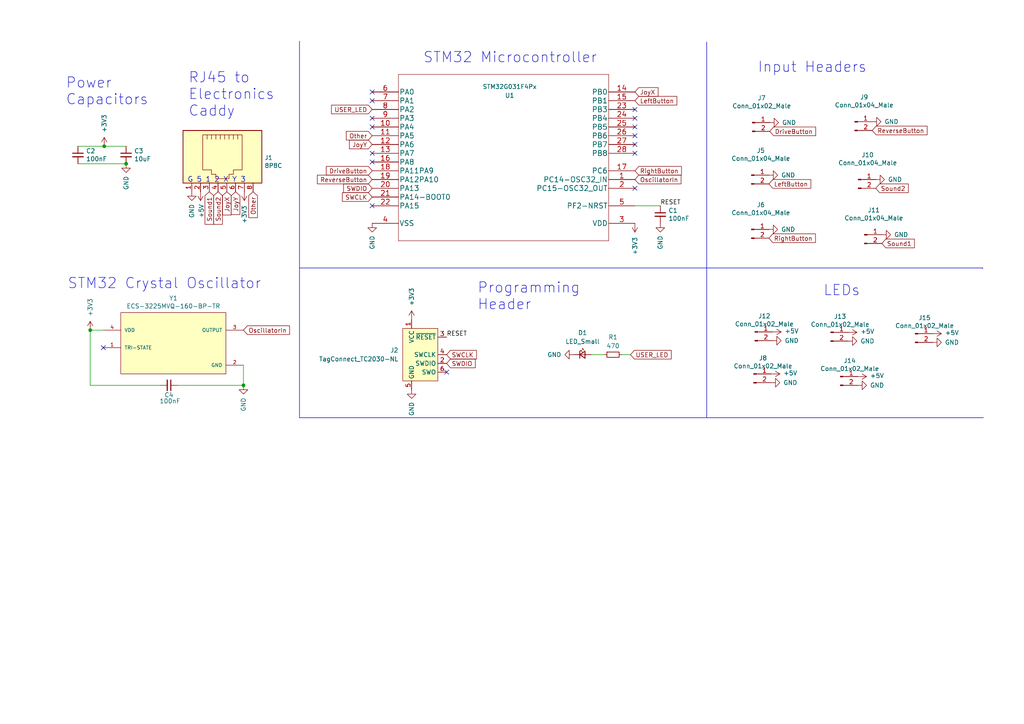
<source format=kicad_sch>
(kicad_sch (version 20230121) (generator eeschema)
  (paper "A4")
  (lib_symbols
    (symbol "Connector:8P8C" (pin_names (offset 1.016))
      (property "Reference" "J" (at -5.08 13.97 0))
      (property "Value" "8P8C" (at 2.54 13.97 0))
      (symbol "8P8C_0_1"
        (polyline (pts (xy -5.08 4.445) (xy -6.35 4.445)))
        (polyline (pts (xy -5.08 5.715) (xy -6.35 5.715)))
        (polyline (pts (xy -6.35 -3.175) (xy -5.08 -3.175) (xy -5.08 -3.175)))
        (polyline (pts (xy -6.35 -1.905) (xy -5.08 -1.905) (xy -5.08 -1.905)))
        (polyline (pts (xy -6.35 -0.635) (xy -5.08 -0.635) (xy -5.08 -0.635)))
        (polyline (pts (xy -6.35 0.635) (xy -5.08 0.635) (xy -5.08 0.635)))
        (polyline (pts (xy -6.35 1.905) (xy -5.08 1.905) (xy -5.08 1.905)))
        (polyline (pts (xy -5.08 3.175) (xy -6.35 3.175) (xy -6.35 3.175)))
        (polyline (pts (xy -6.35 -4.445) (xy -6.35 6.985) (xy 3.81 6.985) (xy 3.81 4.445) (xy 5.08 4.445) (xy 5.08 3.175) (xy 6.35 3.175) (xy 6.35 -0.635) (xy 5.08 -0.635) (xy 5.08 -1.905) (xy 3.81 -1.905) (xy 3.81 -4.445) (xy -6.35 -4.445) (xy -6.35 -4.445)))
        (rectangle (start 7.62 12.7) (end -7.62 -10.16) (stroke (width 0.254)) (fill (type background)))
      )
      (symbol "8P8C_1_1"
        (pin passive line (at 10.16 -7.62 180) (length 2.54) (name "~") (number "1"))
        (pin passive line (at 10.16 -5.08 180) (length 2.54) (name "~") (number "2"))
        (pin passive line (at 10.16 -2.54 180) (length 2.54) (name "~") (number "3"))
        (pin passive line (at 10.16 0 180) (length 2.54) (name "~") (number "4"))
        (pin passive line (at 10.16 2.54 180) (length 2.54) (name "~") (number "5"))
        (pin passive line (at 10.16 5.08 180) (length 2.54) (name "~") (number "6"))
        (pin passive line (at 10.16 7.62 180) (length 2.54) (name "~") (number "7"))
        (pin passive line (at 10.16 10.16 180) (length 2.54) (name "~") (number "8"))
      )
    )
    (symbol "Connector:Conn_01x02_Male" (pin_names (offset 1.016) hide)
      (property "Reference" "J" (at 0 2.54 0))
      (property "Value" "Conn_01x02_Male" (at 0 -5.08 0))
      (symbol "Conn_01x02_Male_1_1"
        (polyline (pts (xy 1.27 -2.54) (xy 0.8636 -2.54)) (stroke (width 0.1524)))
        (polyline (pts (xy 1.27 0) (xy 0.8636 0)) (stroke (width 0.1524)))
        (rectangle (start 0.8636 -2.413) (end 0 -2.667) (stroke (width 0.1524)) (fill (type outline)))
        (rectangle (start 0.8636 0.127) (end 0 -0.127) (stroke (width 0.1524)) (fill (type outline)))
        (pin passive line (at 5.08 0 180) (length 3.81) (name "Pin_1") (number "1"))
        (pin passive line (at 5.08 -2.54 180) (length 3.81) (name "Pin_2") (number "2"))
      )
    )
    (symbol "Connector:Conn_ARM_SWD_TagConnect_TC2030-NL" (in_bom no)
      (property "Reference" "J" (at 2.54 11.43 0))
      (property "Value" "Conn_ARM_SWD_TagConnect_TC2030-NL" (at 2.54 8.89 0))
      (symbol "Conn_ARM_SWD_TagConnect_TC2030-NL_0_0"
        (pin power_in line (at -2.54 10.16 270) (length 2.54) (name "VCC") (number "1"))
        (pin bidirectional line (at 7.62 -2.54 180) (length 2.54) (name "SWDIO") (number "2"))
        (pin open_collector line (at 7.62 5.08 180) (length 2.54) (name "~{RESET}") (number "3"))
        (pin output line (at 7.62 0 180) (length 2.54) (name "SWCLK") (number "4"))
        (pin power_in line (at -2.54 -10.16 90) (length 2.54) (name "GND") (number "5"))
        (pin input line (at 7.62 -5.08 180) (length 2.54) (name "SWO") (number "6"))
      )
      (symbol "Conn_ARM_SWD_TagConnect_TC2030-NL_0_1"
        (rectangle (start -5.08 7.62) (end 5.08 -7.62) (fill (type background)))
      )
    )
    (symbol "CrystalOscillator:ECS-3225MVQ-160-BP-TR" (pin_names (offset 1.016))
      (property "Reference" "Y" (at -15.5448 8.1534 0))
      (property "Value" "ECS-3225MVQ-160-BP-TR" (at -15.0114 -12.9794 0))
      (symbol "ECS-3225MVQ-160-BP-TR_0_0"
        (rectangle (start -15.24 -10.16) (end 15.24 7.62) (stroke (width 0.1524)) (fill (type background)))
        (pin input line (at -20.32 -2.54 0) (length 5.08) (name "TRI-STATE") (number "1"))
        (pin power_in line (at 20.32 -7.62 180) (length 5.08) (name "GND") (number "2"))
        (pin output line (at 20.32 2.54 180) (length 5.08) (name "OUTPUT") (number "3"))
        (pin input line (at -20.32 2.54 0) (length 5.08) (name "VDD") (number "4"))
      )
    )
    (symbol "Device:C_Small" (pin_numbers hide) (pin_names (offset 0.254) hide)
      (property "Reference" "C" (at 0.254 1.778 0))
      (property "Value" "C_Small" (at 0.254 -2.032 0))
      (symbol "C_Small_0_1"
        (polyline (pts (xy -1.524 -0.508) (xy 1.524 -0.508)) (stroke (width 0.3302)))
        (polyline (pts (xy -1.524 0.508) (xy 1.524 0.508)) (stroke (width 0.3048)))
      )
      (symbol "C_Small_1_1"
        (pin passive line (at 0 2.54 270) (length 2.032) (name "~") (number "1"))
        (pin passive line (at 0 -2.54 90) (length 2.032) (name "~") (number "2"))
      )
    )
    (symbol "Device:LED_Small" (pin_numbers hide) (pin_names (offset 0.254) hide)
      (property "Reference" "D" (at -1.27 3.175 0))
      (property "Value" "LED_Small" (at -4.445 -2.54 0))
      (symbol "LED_Small_0_1"
        (polyline (pts (xy -0.762 -1.016) (xy -0.762 1.016)) (stroke (width 0.254)))
        (polyline (pts (xy 1.016 0) (xy -0.762 0)))
        (polyline (pts (xy 0.762 -1.016) (xy -0.762 0) (xy 0.762 1.016) (xy 0.762 -1.016)) (stroke (width 0.254)))
        (polyline (pts (xy 0 0.762) (xy -0.508 1.27) (xy -0.254 1.27) (xy -0.508 1.27) (xy -0.508 1.016)))
        (polyline (pts (xy 0.508 1.27) (xy 0 1.778) (xy 0.254 1.778) (xy 0 1.778) (xy 0 1.524)))
      )
      (symbol "LED_Small_1_1"
        (pin passive line (at -2.54 0 0) (length 1.778) (name "K") (number "1"))
        (pin passive line (at 2.54 0 180) (length 1.778) (name "A") (number "2"))
      )
    )
    (symbol "Device:R_Small" (pin_numbers hide) (pin_names (offset 0.254) hide)
      (property "Reference" "R" (at 0.762 0.508 0))
      (property "Value" "R_Small" (at 0.762 -1.016 0))
      (symbol "R_Small_0_1"
        (rectangle (start -0.762 1.778) (end 0.762 -1.778) (stroke (width 0.2032)))
      )
      (symbol "R_Small_1_1"
        (pin passive line (at 0 2.54 270) (length 0.762) (name "~") (number "1"))
        (pin passive line (at 0 -2.54 90) (length 0.762) (name "~") (number "2"))
      )
    )
    (symbol "STM32QFN:STM32G031G8U6" (pin_names (offset 0.254))
      (property "Reference" "U" (at 38.1 10.16 0))
      (property "Value" "STM32G031G8U6" (at 38.1 7.62 0))
      (symbol "STM32G031G8U6_1_1"
        (polyline (pts (xy 7.62 -43.18) (xy 68.58 -43.18)) (stroke (width 0.127)))
        (polyline (pts (xy 7.62 5.08) (xy 7.62 -43.18)) (stroke (width 0.127)))
        (polyline (pts (xy 68.58 -43.18) (xy 68.58 5.08)) (stroke (width 0.127)))
        (polyline (pts (xy 68.58 5.08) (xy 7.62 5.08)) (stroke (width 0.127)))
        (pin bidirectional line (at 76.2 -25.4 180) (length 7.62) (name "PC14-OSC32_IN") (number "1"))
        (pin bidirectional line (at 0 -10.16 0) (length 7.62) (name "PA4") (number "10"))
        (pin bidirectional line (at 0 -12.7 0) (length 7.62) (name "PA5") (number "11"))
        (pin bidirectional line (at 0 -15.24 0) (length 7.62) (name "PA6") (number "12"))
        (pin bidirectional line (at 0 -17.78 0) (length 7.62) (name "PA7") (number "13"))
        (pin bidirectional line (at 76.2 0 180) (length 7.62) (name "PB0") (number "14"))
        (pin bidirectional line (at 76.2 -2.54 180) (length 7.62) (name "PB1") (number "15"))
        (pin bidirectional line (at 0 -20.32 0) (length 7.62) (name "PA8") (number "16"))
        (pin bidirectional line (at 76.2 -22.86 180) (length 7.62) (name "PC6") (number "17"))
        (pin bidirectional line (at 0 -22.86 0) (length 7.62) (name "PA11PA9") (number "18"))
        (pin bidirectional line (at 0 -25.4 0) (length 7.62) (name "PA12PA10") (number "19"))
        (pin bidirectional line (at 76.2 -27.94 180) (length 7.62) (name "PC15-OSC32_OUT") (number "2"))
        (pin bidirectional line (at 0 -27.94 0) (length 7.62) (name "PA13") (number "20"))
        (pin bidirectional line (at 0 -30.48 0) (length 7.62) (name "PA14-BOOT0") (number "21"))
        (pin bidirectional line (at 0 -33.02 0) (length 7.62) (name "PA15") (number "22"))
        (pin bidirectional line (at 76.2 -5.08 180) (length 7.62) (name "PB3") (number "23"))
        (pin bidirectional line (at 76.2 -7.62 180) (length 7.62) (name "PB4") (number "24"))
        (pin bidirectional line (at 76.2 -10.16 180) (length 7.62) (name "PB5") (number "25"))
        (pin bidirectional line (at 76.2 -12.7 180) (length 7.62) (name "PB6") (number "26"))
        (pin bidirectional line (at 76.2 -15.24 180) (length 7.62) (name "PB7") (number "27"))
        (pin bidirectional line (at 76.2 -17.78 180) (length 7.62) (name "PB8") (number "28"))
        (pin power_in line (at 76.2 -38.1 180) (length 7.62) (name "VDD") (number "3"))
        (pin power_in line (at 0 -38.1 0) (length 7.62) (name "VSS") (number "4"))
        (pin bidirectional line (at 76.2 -33.02 180) (length 7.62) (name "PF2-NRST") (number "5"))
        (pin bidirectional line (at 0 0 0) (length 7.62) (name "PA0") (number "6"))
        (pin bidirectional line (at 0 -2.54 0) (length 7.62) (name "PA1") (number "7"))
        (pin bidirectional line (at 0 -5.08 0) (length 7.62) (name "PA2") (number "8"))
        (pin bidirectional line (at 0 -7.62 0) (length 7.62) (name "PA3") (number "9"))
      )
    )
    (symbol "power:+3.3V" (power) (pin_names (offset 0))
      (property "Value" "+3.3V" (at 0 3.556 0))
      (symbol "+3.3V_0_1"
        (polyline (pts (xy -0.762 1.27) (xy 0 2.54)))
        (polyline (pts (xy 0 0) (xy 0 2.54)))
        (polyline (pts (xy 0 2.54) (xy 0.762 1.27)))
      )
      (symbol "+3.3V_1_1"
        (pin power_in line (at 0 0 90) (length 0) hide (name "+3V3") (number "1"))
      )
    )
    (symbol "power:+5V" (power) (pin_names (offset 0))
      (property "Value" "+5V" (at 0 3.556 0))
      (symbol "+5V_0_1"
        (polyline (pts (xy -0.762 1.27) (xy 0 2.54)))
        (polyline (pts (xy 0 0) (xy 0 2.54)))
        (polyline (pts (xy 0 2.54) (xy 0.762 1.27)))
      )
      (symbol "+5V_1_1"
        (pin power_in line (at 0 0 90) (length 0) hide (name "+5V") (number "1"))
      )
    )
    (symbol "power:GND" (power) (pin_names (offset 0))
      (property "Value" "GND" (at 0 -3.81 0))
      (symbol "GND_0_1"
        (polyline (pts (xy 0 0) (xy 0 -1.27) (xy 1.27 -1.27) (xy 0 -2.54) (xy -1.27 -1.27) (xy 0 -1.27)))
      )
      (symbol "GND_1_1"
        (pin power_in line (at 0 0 270) (length 0) hide (name "GND") (number "1"))
      )
    )
  )
  (junction (at 70.612 111.76))
  (junction (at 26.162 95.758))
  (junction (at 30.226 42.418))
  (junction (at 36.576 47.498))
  (no_connect (at 129.54 107.95))
  (no_connect (at 184.15 41.91))
  (no_connect (at 184.15 44.45))
  (no_connect (at 29.972 100.838))
  (no_connect (at 184.15 54.61))
  (no_connect (at 107.95 46.99))
  (no_connect (at 184.15 34.29))
  (no_connect (at 184.15 36.83))
  (no_connect (at 184.15 39.37))
  (no_connect (at 107.95 44.45))
  (no_connect (at 107.95 36.83))
  (no_connect (at 107.95 26.67))
  (no_connect (at 184.15 31.75))
  (no_connect (at 107.95 29.21))
  (no_connect (at 107.95 59.69))
  (no_connect (at 107.95 34.29))
  (wire (pts (xy 70.612 105.918) (xy 70.612 111.76)))
  (wire (pts (xy 26.162 111.76) (xy 46.482 111.76)))
  (wire (pts (xy 171.45 102.87) (xy 175.26 102.87)))
  (polyline (pts (xy 86.868 11.938) (xy 86.868 121.158)))
  (wire (pts (xy 180.34 102.87) (xy 182.88 102.87)))
  (polyline (pts (xy 204.978 12.192) (xy 204.978 121.158)))
  (wire (pts (xy 29.972 95.758) (xy 26.162 95.758)))
  (wire (pts (xy 26.162 95.758) (xy 26.162 111.76)))
  (wire (pts (xy 51.562 111.76) (xy 70.612 111.76)))
  (wire (pts (xy 22.606 42.418) (xy 30.226 42.418)))
  (wire (pts (xy 184.15 59.69) (xy 191.516 59.69)))
  (wire (pts (xy 30.226 42.418) (xy 36.576 42.418)))
  (polyline (pts (xy 86.868 121.158) (xy 285.242 121.158)))
  (polyline (pts (xy 86.868 77.724) (xy 284.988 77.724)))
  (polyline (pts (xy 284.988 77.724) (xy 284.988 77.978)))
  (wire (pts (xy 22.606 47.498) (xy 36.576 47.498)))
  (text "STM32 Microcontroller" (at 122.682 18.542 0) (effects (font (size 2.9972 2.9972)) (justify left bottom)))
  (text "RJ45 to \nElectronics\nCaddy" (at 54.61 34.036 0) (effects (font (size 2.9972 2.9972)) (justify left bottom)))
  (text "LEDs" (at 238.76 86.106 0) (effects (font (size 2.9972 2.9972)) (justify left bottom)))
  (text "Programming\nHeader" (at 138.43 90.17 0) (effects (font (size 2.9972 2.9972)) (justify left bottom)))
  (text "Power\nCapacitors" (at 19.05 30.734 0) (effects (font (size 2.9972 2.9972)) (justify left bottom)))
  (text "Input Headers" (at 219.71 21.336 0) (effects (font (size 2.9972 2.9972)) (justify left bottom)))
  (text "STM32 Crystal Oscillator" (at 19.558 84.074 0) (effects (font (size 2.9972 2.9972)) (justify left bottom)))
  (text "G 5 1 2 X Y 3" (at 54.356 53.086 0) (effects (font (size 1.4986 1.4986)) (justify left bottom)))
  (label "RESET" (at 191.516 59.69 0))
  (label "RESET" (at 129.54 97.79 0))
  (global_label "Sound2" (shape input) (at 254 54.61 0) (property "Intersheetrefs" "${INTERSHEET_REFS}" (effects hide)))
  (global_label "Other" (shape input) (at 73.406 55.626 270) (property "Intersheetrefs" "${INTERSHEET_REFS}" (effects hide)))
  (global_label "ReverseButton" (shape input) (at 107.95 52.07 180) (property "Intersheetrefs" "${INTERSHEET_REFS}" (effects hide)))
  (global_label "OscillatorIn" (shape input) (at 70.612 95.758 0) (property "Intersheetrefs" "${INTERSHEET_REFS}" (effects hide)))
  (global_label "RightButton" (shape input) (at 223.012 69.088 0) (property "Intersheetrefs" "${INTERSHEET_REFS}" (effects hide)))
  (global_label "USER_LED" (shape input) (at 182.88 102.87 0) (property "Intersheetrefs" "${INTERSHEET_REFS}" (effects hide)))
  (global_label "Sound2" (shape input) (at 63.246 55.626 270) (property "Intersheetrefs" "${INTERSHEET_REFS}" (effects hide)))
  (global_label "SWDIO" (shape input) (at 129.54 105.41 0) (property "Intersheetrefs" "${INTERSHEET_REFS}" (effects hide)))
  (global_label "LeftButton" (shape input) (at 184.15 29.21 0) (property "Intersheetrefs" "${INTERSHEET_REFS}" (effects hide)))
  (global_label "Sound1" (shape input) (at 255.778 70.612 0) (property "Intersheetrefs" "${INTERSHEET_REFS}" (effects hide)))
  (global_label "SWDIO" (shape input) (at 107.95 54.61 180) (property "Intersheetrefs" "${INTERSHEET_REFS}" (effects hide)))
  (global_label "LeftButton" (shape input) (at 223.012 53.34 0) (property "Intersheetrefs" "${INTERSHEET_REFS}" (effects hide)))
  (global_label "DriveButton" (shape input) (at 223.266 38.1 0) (property "Intersheetrefs" "${INTERSHEET_REFS}" (effects hide)))
  (global_label "JoyY" (shape input) (at 68.326 55.626 270) (property "Intersheetrefs" "${INTERSHEET_REFS}" (effects hide)))
  (global_label "Sound1" (shape input) (at 60.706 55.626 270) (property "Intersheetrefs" "${INTERSHEET_REFS}" (effects hide)))
  (global_label "DriveButton" (shape input) (at 107.95 49.53 180) (property "Intersheetrefs" "${INTERSHEET_REFS}" (effects hide)))
  (global_label "ReverseButton" (shape input) (at 252.984 37.846 0) (property "Intersheetrefs" "${INTERSHEET_REFS}" (effects hide)))
  (global_label "Other" (shape input) (at 107.95 39.37 180) (property "Intersheetrefs" "${INTERSHEET_REFS}" (effects hide)))
  (global_label "SWCLK" (shape input) (at 129.54 102.87 0) (property "Intersheetrefs" "${INTERSHEET_REFS}" (effects hide)))
  (global_label "JoyX" (shape input) (at 65.786 55.626 270) (property "Intersheetrefs" "${INTERSHEET_REFS}" (effects hide)))
  (global_label "OscillatorIn" (shape input) (at 184.15 52.07 0) (property "Intersheetrefs" "${INTERSHEET_REFS}" (effects hide)))
  (global_label "SWCLK" (shape input) (at 107.95 57.15 180) (property "Intersheetrefs" "${INTERSHEET_REFS}" (effects hide)))
  (global_label "JoyX" (shape input) (at 184.15 26.67 0) (property "Intersheetrefs" "${INTERSHEET_REFS}" (effects hide)))
  (global_label "RightButton" (shape input) (at 184.15 49.53 0) (property "Intersheetrefs" "${INTERSHEET_REFS}" (effects hide)))
  (global_label "JoyY" (shape input) (at 107.95 41.91 180) (property "Intersheetrefs" "${INTERSHEET_REFS}" (effects hide)))
  (global_label "USER_LED" (shape input) (at 107.95 31.75 180) (property "Intersheetrefs" "${INTERSHEET_REFS}" (effects hide)))
  (symbol (lib_id "Connector:8P8C") (at 63.246 45.466 270) (unit 1)
    (property "Reference" "J1" (at 76.708 45.7454 90) (effects (justify left)))
    (property "Value" "8P8C" (at 76.708 48.0568 90) (effects (justify left)))
    (property "Footprint" "Useful Modifications:RJ45_x08_Tab_Up" (effects hide))
  )
  (symbol (lib_id "power:GND") (at 55.626 55.626 0) (unit 1)
    (property "Reference" "#PWR05" (effects hide))
    (property "Value" "GND" (at 55.626 61.214 90))
  )
  (symbol (lib_id "power:+3.3V") (at 70.866 55.626 180) (unit 1)
    (property "Reference" "#PWR010" (effects hide))
    (property "Value" "+3.3V" (at 70.866 62.23 90))
  )
  (symbol (lib_id "power:+5V") (at 58.166 55.626 180) (unit 1)
    (property "Reference" "#PWR06" (effects hide))
    (property "Value" "+5V" (at 58.42 61.214 90))
  )
  (symbol (lib_id "power:GND") (at 107.95 64.77 0) (unit 1)
    (property "Reference" "#PWR016" (effects hide))
    (property "Value" "GND" (at 107.95 70.358 90))
  )
  (symbol (lib_id "power:+3.3V") (at 184.15 64.77 180) (unit 1)
    (property "Reference" "#PWR029" (effects hide))
    (property "Value" "+3.3V" (at 184.15 71.374 90))
  )
  (symbol (lib_id "Connector:Conn_01x02_Male") (at 218.186 35.56 0) (unit 1)
    (property "Reference" "J7" (at 220.9292 28.4226 0))
    (property "Value" "Conn_01x02_Male" (at 220.9292 30.734 0))
    (property "Footprint" "Connector_JST:JST_XH_B2B-XH-A_1x02_P2.50mm_Vertical" (effects hide))
    (property "MPN" "C158012" (effects hide))
  )
  (symbol (lib_id "power:GND") (at 223.266 35.56 90) (unit 1)
    (property "Reference" "#PWR017" (effects hide))
    (property "Value" "GND" (at 228.854 35.56 90))
  )
  (symbol (lib_id "Connector:Conn_01x02_Male") (at 217.932 50.8 0) (unit 1)
    (property "Reference" "J5" (at 220.6752 43.6626 0))
    (property "Value" "Conn_01x04_Male" (at 220.6752 45.974 0))
    (property "Footprint" "Connector_JST:JST_XH_B2B-XH-A_1x02_P2.50mm_Vertical" (effects hide))
    (property "MPN" "C158012" (effects hide))
  )
  (symbol (lib_id "power:GND") (at 223.012 50.8 90) (unit 1)
    (property "Reference" "#PWR09" (effects hide))
    (property "Value" "GND" (at 228.6 50.8 90))
  )
  (symbol (lib_id "Connector:Conn_01x02_Male") (at 217.932 66.548 0) (unit 1)
    (property "Reference" "J6" (at 220.6752 59.4106 0))
    (property "Value" "Conn_01x04_Male" (at 220.6752 61.722 0))
    (property "Footprint" "Connector_JST:JST_XH_B2B-XH-A_1x02_P2.50mm_Vertical" (effects hide))
    (property "MPN" "C158012" (effects hide))
  )
  (symbol (lib_id "power:GND") (at 223.012 66.548 90) (unit 1)
    (property "Reference" "#PWR013" (effects hide))
    (property "Value" "GND" (at 228.6 66.548 90))
  )
  (symbol (lib_id "Connector:Conn_01x02_Male") (at 247.904 35.306 0) (unit 1)
    (property "Reference" "J9" (at 250.6472 28.1686 0))
    (property "Value" "Conn_01x04_Male" (at 250.6472 30.48 0))
    (property "Footprint" "Connector_JST:JST_XH_B2B-XH-A_1x02_P2.50mm_Vertical" (effects hide))
    (property "MPN" "C158012" (effects hide))
  )
  (symbol (lib_id "power:GND") (at 252.984 35.306 90) (unit 1)
    (property "Reference" "#PWR025" (effects hide))
    (property "Value" "GND" (at 258.572 35.306 90))
  )
  (symbol (lib_id "Connector:Conn_01x02_Male") (at 248.92 52.07 0) (unit 1)
    (property "Reference" "J10" (at 251.6632 44.9326 0))
    (property "Value" "Conn_01x04_Male" (at 251.6632 47.244 0))
    (property "Footprint" "Connector_JST:JST_XH_B2B-XH-A_1x02_P2.50mm_Vertical" (effects hide))
    (property "MPN" "C158012" (effects hide))
  )
  (symbol (lib_id "power:GND") (at 254 52.07 90) (unit 1)
    (property "Reference" "#PWR030" (effects hide))
    (property "Value" "GND" (at 259.588 52.07 90))
  )
  (symbol (lib_id "Connector:Conn_01x02_Male") (at 250.698 68.072 0) (unit 1)
    (property "Reference" "J11" (at 253.4412 60.9346 0))
    (property "Value" "Conn_01x04_Male" (at 253.4412 63.246 0))
    (property "Footprint" "Connector_JST:JST_XH_B2B-XH-A_1x02_P2.50mm_Vertical" (effects hide))
    (property "MPN" "C158012" (effects hide))
  )
  (symbol (lib_id "power:GND") (at 255.778 68.072 90) (unit 1)
    (property "Reference" "#PWR033" (effects hide))
    (property "Value" "GND" (at 261.366 68.072 90))
  )
  (symbol (lib_id "STM32QFN:STM32G031G8U6") (at 107.95 26.67 0) (unit 1)
    (property "Reference" "U1" (at 147.828 27.686 0))
    (property "Value" "STM32G031F4Px" (at 147.828 25.146 0))
    (property "Footprint" "Useful Modifications:STM32G031G8U6" (effects hide))
    (property "MPN" "C432211" (effects hide))
  )
  (symbol (lib_id "Device:C_Small") (at 22.606 44.958 0) (unit 1)
    (property "Reference" "C2" (at 24.9428 43.7896 0) (effects (justify left)))
    (property "Value" "100nF" (at 24.9428 46.101 0) (effects (justify left)))
    (property "Footprint" "Capacitor_SMD:C_0402_1005Metric" (effects hide))
    (property "MPN" "C307331" (effects hide))
  )
  (symbol (lib_id "Device:C_Small") (at 36.576 44.958 0) (unit 1)
    (property "Reference" "C3" (at 38.9128 43.7896 0) (effects (justify left)))
    (property "Value" "10uF" (at 38.9128 46.101 0) (effects (justify left)))
    (property "Footprint" "Capacitor_SMD:C_0603_1608Metric" (effects hide))
    (property "MPN" "C96446" (effects hide))
  )
  (symbol (lib_id "Device:C_Small") (at 191.516 62.23 0) (unit 1)
    (property "Reference" "C1" (at 193.8528 61.0616 0) (effects (justify left)))
    (property "Value" "100nF" (at 193.8528 63.373 0) (effects (justify left)))
    (property "Footprint" "Capacitor_SMD:C_0402_1005Metric" (effects hide))
    (property "MPN" "C307331" (effects hide))
  )
  (symbol (lib_id "power:+3.3V") (at 30.226 42.418 0) (unit 1)
    (property "Reference" "#PWR023" (effects hide))
    (property "Value" "+3.3V" (at 30.226 35.814 90))
  )
  (symbol (lib_id "power:GND") (at 36.576 47.498 0) (unit 1)
    (property "Reference" "#PWR028" (effects hide))
    (property "Value" "GND" (at 36.576 53.086 90))
  )
  (symbol (lib_id "power:GND") (at 191.516 64.77 0) (unit 1)
    (property "Reference" "#PWR021" (effects hide))
    (property "Value" "GND" (at 191.516 70.358 90))
  )
  (symbol (lib_id "power:+3.3V") (at 119.38 92.71 0) (unit 1)
    (property "Reference" "#PWR020" (effects hide))
    (property "Value" "+3.3V" (at 119.38 86.106 90))
  )
  (symbol (lib_id "power:GND") (at 119.38 113.03 0) (unit 1)
    (property "Reference" "#PWR019" (effects hide))
    (property "Value" "GND" (at 119.38 118.618 90))
  )
  (symbol (lib_id "CrystalOscillator:ECS-3225MVQ-160-BP-TR") (at 50.292 98.298 0) (unit 1)
    (property "Reference" "Y1" (at 50.292 86.487 0))
    (property "Value" "ECS-3225MVQ-160-BP-TR" (at 50.292 88.7984 0))
    (property "Footprint" "Useful Modifications:OSC_ECS-3225MVQ-160-BP-TR" (effects hide))
    (property "MPN" "C252336" (effects hide))
  )
  (symbol (lib_id "power:GND") (at 70.612 111.76 0) (unit 1)
    (property "Reference" "#PWR0101" (effects hide))
    (property "Value" "GND" (at 70.612 117.348 90))
  )
  (symbol (lib_id "power:+3.3V") (at 26.162 95.758 0) (unit 1)
    (property "Reference" "#PWR0102" (effects hide))
    (property "Value" "+3.3V" (at 26.162 89.154 90))
  )
  (symbol (lib_id "Device:C_Small") (at 49.022 111.76 270) (unit 1)
    (property "Reference" "C4" (at 49.022 114.554 90))
    (property "Value" "100nF" (at 49.276 116.332 90))
    (property "Footprint" "Capacitor_SMD:C_0402_1005Metric" (effects hide))
    (property "MPN" "C307331" (effects hide))
  )
  (symbol (lib_id "Connector:Conn_01x02_Male") (at 218.948 96.266 0) (unit 1)
    (property "Reference" "J12" (at 221.6912 91.6686 0))
    (property "Value" "Conn_01x02_Male" (at 221.6912 93.98 0))
    (property "Footprint" "Connector_JST:JST_XH_B2B-XH-A_1x02_P2.50mm_Vertical" (effects hide))
    (property "MPN" "C158012" (effects hide))
  )
  (symbol (lib_id "power:+5V") (at 224.028 96.266 270) (unit 1)
    (property "Reference" "#PWR012" (effects hide))
    (property "Value" "+5V" (at 229.616 96.012 90))
  )
  (symbol (lib_id "power:GND") (at 224.028 98.806 90) (unit 1)
    (property "Reference" "#PWR014" (effects hide))
    (property "Value" "GND" (at 229.616 98.806 90))
  )
  (symbol (lib_id "Connector:Conn_01x02_Male") (at 218.567 108.458 0) (unit 1)
    (property "Reference" "J8" (at 221.3102 103.8606 0))
    (property "Value" "Conn_01x02_Male" (at 221.3102 106.172 0))
    (property "Footprint" "Connector_JST:JST_XH_B2B-XH-A_1x02_P2.50mm_Vertical" (effects hide))
    (property "MPN" "C158012" (effects hide))
  )
  (symbol (lib_id "power:+5V") (at 223.647 108.458 270) (unit 1)
    (property "Reference" "#PWR08" (effects hide))
    (property "Value" "+5V" (at 229.235 108.204 90))
  )
  (symbol (lib_id "power:GND") (at 223.647 110.998 90) (unit 1)
    (property "Reference" "#PWR011" (effects hide))
    (property "Value" "GND" (at 229.235 110.998 90))
  )
  (symbol (lib_id "Connector:Conn_01x02_Male") (at 240.919 96.393 0) (unit 1)
    (property "Reference" "J13" (at 243.6622 91.7956 0))
    (property "Value" "Conn_01x02_Male" (at 243.6622 94.107 0))
    (property "Footprint" "Connector_JST:JST_XH_B2B-XH-A_1x02_P2.50mm_Vertical" (effects hide))
    (property "MPN" "C158012" (effects hide))
  )
  (symbol (lib_id "power:+5V") (at 245.999 96.393 270) (unit 1)
    (property "Reference" "#PWR015" (effects hide))
    (property "Value" "+5V" (at 251.587 96.139 90))
  )
  (symbol (lib_id "power:GND") (at 245.999 98.933 90) (unit 1)
    (property "Reference" "#PWR018" (effects hide))
    (property "Value" "GND" (at 251.587 98.933 90))
  )
  (symbol (lib_id "Connector:Conn_01x02_Male") (at 243.713 109.22 0) (unit 1)
    (property "Reference" "J14" (at 246.4562 104.6226 0))
    (property "Value" "Conn_01x02_Male" (at 246.4562 106.934 0))
    (property "Footprint" "Connector_JST:JST_XH_B2B-XH-A_1x02_P2.50mm_Vertical" (effects hide))
    (property "MPN" "C158012" (effects hide))
  )
  (symbol (lib_id "power:+5V") (at 248.793 109.22 270) (unit 1)
    (property "Reference" "#PWR024" (effects hide))
    (property "Value" "+5V" (at 254.381 108.966 90))
  )
  (symbol (lib_id "power:GND") (at 248.793 111.76 90) (unit 1)
    (property "Reference" "#PWR026" (effects hide))
    (property "Value" "GND" (at 254.381 111.76 90))
  )
  (symbol (lib_id "Connector:Conn_01x02_Male") (at 265.43 96.774 0) (unit 1)
    (property "Reference" "J15" (at 268.1732 92.1766 0))
    (property "Value" "Conn_01x02_Male" (at 268.1732 94.488 0))
    (property "Footprint" "Connector_JST:JST_XH_B2B-XH-A_1x02_P2.50mm_Vertical" (effects hide))
    (property "MPN" "C158012" (effects hide))
  )
  (symbol (lib_id "power:+5V") (at 270.51 96.774 270) (unit 1)
    (property "Reference" "#PWR027" (effects hide))
    (property "Value" "+5V" (at 276.098 96.52 90))
  )
  (symbol (lib_id "power:GND") (at 270.51 99.314 90) (unit 1)
    (property "Reference" "#PWR031" (effects hide))
    (property "Value" "GND" (at 276.098 99.314 90))
  )
  (symbol (lib_id "Connector:Conn_ARM_SWD_TagConnect_TC2030-NL") (at 121.92 102.87 0) (unit 1) (in_bom no)
    (property "Reference" "J2" (at 115.57 101.6 0) (effects (justify right)))
    (property "Value" "TagConnect_TC2030-NL" (at 115.57 104.14 0) (effects (justify right)))
    (property "Footprint" "Connector:Tag-Connect_TC2030-IDC-NL_2x03_P1.27mm_Vertical" (effects hide))
    (property "Datasheet" "https://www.tag-connect.com/wp-content/uploads/bsk-pdf-manager/TC2030-CTX_1.pdf" (effects hide))
  )
  (symbol (lib_id "Device:R_Small") (at 177.8 102.87 90) (unit 1)
    (property "Reference" "R1" (at 177.8 97.79 90))
    (property "Value" "470" (at 177.8 100.33 90))
    (property "Footprint" "Capacitor_SMD:C_0402_1005Metric" (effects hide))
    (property "MPN" "C25117" (effects hide))
  )
  (symbol (lib_id "power:GND") (at 166.37 102.87 270) (unit 1)
    (property "Reference" "#PWR01" (effects hide))
    (property "Value" "GND" (at 160.782 102.87 90))
  )
  (symbol (lib_id "Device:LED_Small") (at 168.91 102.87 0) (unit 1)
    (property "Reference" "D1" (at 168.9735 96.52 0))
    (property "Value" "LED_Small" (at 168.9735 99.06 0))
    (property "Footprint" "Capacitor_SMD:C_0603_1608Metric" (effects hide))
  )
)
</source>
